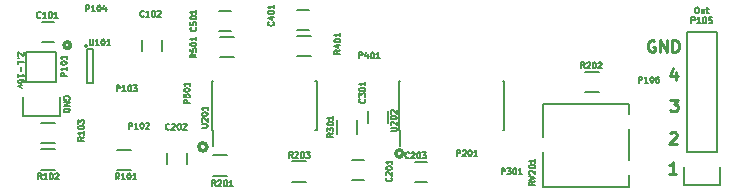
<source format=gto>
G04 #@! TF.FileFunction,Legend,Top*
%FSLAX46Y46*%
G04 Gerber Fmt 4.6, Leading zero omitted, Abs format (unit mm)*
G04 Created by KiCad (PCBNEW (2015-01-29 BZR 5396)-product) date 5/25/2015 5:42:28 PM*
%MOMM*%
G01*
G04 APERTURE LIST*
%ADD10C,0.100000*%
%ADD11C,0.127000*%
%ADD12C,0.250000*%
%ADD13C,0.300000*%
%ADD14C,0.150000*%
%ADD15R,1.500000X1.250000*%
%ADD16R,1.250000X1.500000*%
%ADD17R,2.032000X2.032000*%
%ADD18O,2.032000X2.032000*%
%ADD19R,2.032000X1.727200*%
%ADD20O,2.032000X1.727200*%
%ADD21R,1.500000X1.300000*%
%ADD22R,1.300000X1.500000*%
%ADD23R,1.060000X0.650000*%
%ADD24R,0.600000X1.500000*%
%ADD25R,3.550000X1.310000*%
%ADD26C,1.397000*%
G04 APERTURE END LIST*
D10*
D11*
X90669810Y-88330190D02*
X90694000Y-88354380D01*
X90718190Y-88402761D01*
X90718190Y-88523714D01*
X90694000Y-88572095D01*
X90669810Y-88596285D01*
X90621429Y-88620476D01*
X90573048Y-88620476D01*
X90500476Y-88596285D01*
X90210190Y-88305999D01*
X90210190Y-88620476D01*
X90258571Y-88838190D02*
X90234381Y-88862381D01*
X90210190Y-88838190D01*
X90234381Y-88814000D01*
X90258571Y-88838190D01*
X90210190Y-88838190D01*
X90210190Y-89346191D02*
X90210190Y-89055905D01*
X90210190Y-89201048D02*
X90718190Y-89201048D01*
X90645619Y-89152667D01*
X90597238Y-89104286D01*
X90573048Y-89055905D01*
X90403714Y-89563905D02*
X90403714Y-89950953D01*
X90210190Y-90458953D02*
X90210190Y-90168667D01*
X90210190Y-90313810D02*
X90718190Y-90313810D01*
X90645619Y-90265429D01*
X90597238Y-90217048D01*
X90573048Y-90168667D01*
X90718190Y-90894382D02*
X90718190Y-90797620D01*
X90694000Y-90749239D01*
X90669810Y-90725048D01*
X90597238Y-90676667D01*
X90500476Y-90652477D01*
X90306952Y-90652477D01*
X90258571Y-90676667D01*
X90234381Y-90700858D01*
X90210190Y-90749239D01*
X90210190Y-90846001D01*
X90234381Y-90894382D01*
X90258571Y-90918572D01*
X90306952Y-90942763D01*
X90427905Y-90942763D01*
X90476286Y-90918572D01*
X90500476Y-90894382D01*
X90524667Y-90846001D01*
X90524667Y-90749239D01*
X90500476Y-90700858D01*
X90476286Y-90676667D01*
X90427905Y-90652477D01*
X90548857Y-91112096D02*
X90210190Y-91233049D01*
X90548857Y-91354001D01*
X147636667Y-84531810D02*
X147733429Y-84531810D01*
X147781810Y-84556000D01*
X147830191Y-84604381D01*
X147854382Y-84701143D01*
X147854382Y-84870476D01*
X147830191Y-84967238D01*
X147781810Y-85015619D01*
X147733429Y-85039810D01*
X147636667Y-85039810D01*
X147588286Y-85015619D01*
X147539905Y-84967238D01*
X147515715Y-84870476D01*
X147515715Y-84701143D01*
X147539905Y-84604381D01*
X147588286Y-84556000D01*
X147636667Y-84531810D01*
X148289810Y-84701143D02*
X148289810Y-85039810D01*
X148072095Y-84701143D02*
X148072095Y-84967238D01*
X148096286Y-85015619D01*
X148144667Y-85039810D01*
X148217238Y-85039810D01*
X148265619Y-85015619D01*
X148289810Y-84991429D01*
X148459143Y-84701143D02*
X148652667Y-84701143D01*
X148531714Y-84531810D02*
X148531714Y-84967238D01*
X148555905Y-85015619D01*
X148604286Y-85039810D01*
X148652667Y-85039810D01*
D12*
X145895715Y-98622381D02*
X145324286Y-98622381D01*
X145610000Y-98622381D02*
X145610000Y-97622381D01*
X145514762Y-97765238D01*
X145419524Y-97860476D01*
X145324286Y-97908095D01*
X145384286Y-95217619D02*
X145431905Y-95170000D01*
X145527143Y-95122381D01*
X145765239Y-95122381D01*
X145860477Y-95170000D01*
X145908096Y-95217619D01*
X145955715Y-95312857D01*
X145955715Y-95408095D01*
X145908096Y-95550952D01*
X145336667Y-96122381D01*
X145955715Y-96122381D01*
X145406667Y-92342381D02*
X146025715Y-92342381D01*
X145692381Y-92723333D01*
X145835239Y-92723333D01*
X145930477Y-92770952D01*
X145978096Y-92818571D01*
X146025715Y-92913810D01*
X146025715Y-93151905D01*
X145978096Y-93247143D01*
X145930477Y-93294762D01*
X145835239Y-93342381D01*
X145549524Y-93342381D01*
X145454286Y-93294762D01*
X145406667Y-93247143D01*
X145880477Y-90045714D02*
X145880477Y-90712381D01*
X145642381Y-89664762D02*
X145404286Y-90379048D01*
X146023334Y-90379048D01*
X144058096Y-87360000D02*
X143962858Y-87312381D01*
X143820001Y-87312381D01*
X143677143Y-87360000D01*
X143581905Y-87455238D01*
X143534286Y-87550476D01*
X143486667Y-87740952D01*
X143486667Y-87883810D01*
X143534286Y-88074286D01*
X143581905Y-88169524D01*
X143677143Y-88264762D01*
X143820001Y-88312381D01*
X143915239Y-88312381D01*
X144058096Y-88264762D01*
X144105715Y-88217143D01*
X144105715Y-87883810D01*
X143915239Y-87883810D01*
X144534286Y-88312381D02*
X144534286Y-87312381D01*
X145105715Y-88312381D01*
X145105715Y-87312381D01*
X145581905Y-88312381D02*
X145581905Y-87312381D01*
X145820000Y-87312381D01*
X145962858Y-87360000D01*
X146058096Y-87455238D01*
X146105715Y-87550476D01*
X146153334Y-87740952D01*
X146153334Y-87883810D01*
X146105715Y-88074286D01*
X146058096Y-88169524D01*
X145962858Y-88264762D01*
X145820000Y-88312381D01*
X145581905Y-88312381D01*
D11*
X94524000Y-92342953D02*
X94548190Y-92294572D01*
X94548190Y-92222000D01*
X94524000Y-92149429D01*
X94475619Y-92101048D01*
X94427238Y-92076857D01*
X94330476Y-92052667D01*
X94257905Y-92052667D01*
X94161143Y-92076857D01*
X94112762Y-92101048D01*
X94064381Y-92149429D01*
X94040190Y-92222000D01*
X94040190Y-92270381D01*
X94064381Y-92342953D01*
X94088571Y-92367143D01*
X94257905Y-92367143D01*
X94257905Y-92270381D01*
X94040190Y-92584857D02*
X94548190Y-92584857D01*
X94040190Y-92875143D01*
X94548190Y-92875143D01*
X94040190Y-93117047D02*
X94548190Y-93117047D01*
X94548190Y-93238000D01*
X94524000Y-93310571D01*
X94475619Y-93358952D01*
X94427238Y-93383143D01*
X94330476Y-93407333D01*
X94257905Y-93407333D01*
X94161143Y-93383143D01*
X94112762Y-93358952D01*
X94064381Y-93310571D01*
X94040190Y-93238000D01*
X94040190Y-93117047D01*
D13*
X94626586Y-87740000D02*
G75*
G03X94626586Y-87740000I-276586J0D01*
G01*
X106165261Y-96360000D02*
G75*
G03X106165261Y-96360000I-335261J0D01*
G01*
X122765466Y-96900000D02*
G75*
G03X122765466Y-96900000I-295466J0D01*
G01*
D14*
X93200000Y-85750000D02*
X92200000Y-85750000D01*
X92200000Y-87450000D02*
X93200000Y-87450000D01*
X100660000Y-87270000D02*
X100660000Y-88270000D01*
X102360000Y-88270000D02*
X102360000Y-87270000D01*
X118450000Y-99190000D02*
X119450000Y-99190000D01*
X119450000Y-97490000D02*
X118450000Y-97490000D01*
X104510000Y-97840000D02*
X104510000Y-96840000D01*
X102810000Y-96840000D02*
X102810000Y-97840000D01*
X124780000Y-97610000D02*
X123780000Y-97610000D01*
X123780000Y-99310000D02*
X124780000Y-99310000D01*
X119810000Y-93340000D02*
X119810000Y-94340000D01*
X121510000Y-94340000D02*
X121510000Y-93340000D01*
X113800000Y-86480000D02*
X114800000Y-86480000D01*
X114800000Y-84780000D02*
X113800000Y-84780000D01*
X108240000Y-84860000D02*
X107240000Y-84860000D01*
X107240000Y-86560000D02*
X108240000Y-86560000D01*
X90890000Y-90890000D02*
X90890000Y-88350000D01*
X90610000Y-93710000D02*
X90610000Y-92160000D01*
X90890000Y-90890000D02*
X93430000Y-90890000D01*
X93710000Y-92160000D02*
X93710000Y-93710000D01*
X93710000Y-93710000D02*
X90610000Y-93710000D01*
X93430000Y-90890000D02*
X93430000Y-88350000D01*
X93430000Y-88350000D02*
X90890000Y-88350000D01*
X149640000Y-98030000D02*
X149640000Y-99580000D01*
X149640000Y-99580000D02*
X146540000Y-99580000D01*
X146540000Y-99580000D02*
X146540000Y-98030000D01*
X146820000Y-96760000D02*
X146820000Y-86600000D01*
X146820000Y-86600000D02*
X149360000Y-86600000D01*
X149360000Y-86600000D02*
X149360000Y-96760000D01*
X146820000Y-96760000D02*
X149360000Y-96760000D01*
X98540000Y-96585000D02*
X99740000Y-96585000D01*
X99740000Y-98335000D02*
X98540000Y-98335000D01*
X92140000Y-96545000D02*
X93340000Y-96545000D01*
X93340000Y-98295000D02*
X92140000Y-98295000D01*
X92140000Y-94295000D02*
X93340000Y-94295000D01*
X93340000Y-96045000D02*
X92140000Y-96045000D01*
X107890000Y-98795000D02*
X106690000Y-98795000D01*
X106690000Y-97045000D02*
X107890000Y-97045000D01*
X139370000Y-91735000D02*
X138170000Y-91735000D01*
X138170000Y-89985000D02*
X139370000Y-89985000D01*
X114540000Y-99335000D02*
X113340000Y-99335000D01*
X113340000Y-97585000D02*
X114540000Y-97585000D01*
X118915000Y-94090000D02*
X118915000Y-95290000D01*
X117165000Y-95290000D02*
X117165000Y-94090000D01*
X113810000Y-86945000D02*
X115010000Y-86945000D01*
X115010000Y-88695000D02*
X113810000Y-88695000D01*
X108460000Y-88775000D02*
X107260000Y-88775000D01*
X107260000Y-87025000D02*
X108460000Y-87025000D01*
X96040000Y-87800000D02*
G75*
G03X96040000Y-87800000I-100000J0D01*
G01*
X96490000Y-88050000D02*
X95990000Y-88050000D01*
X96490000Y-90950000D02*
X96490000Y-88050000D01*
X95990000Y-90950000D02*
X96490000Y-90950000D01*
X95990000Y-88050000D02*
X95990000Y-90950000D01*
X106580000Y-94895000D02*
X106695000Y-94895000D01*
X106580000Y-90745000D02*
X106695000Y-90745000D01*
X115480000Y-90745000D02*
X115365000Y-90745000D01*
X115480000Y-94895000D02*
X115365000Y-94895000D01*
X106580000Y-94895000D02*
X106580000Y-90745000D01*
X115480000Y-94895000D02*
X115480000Y-90745000D01*
X106695000Y-94895000D02*
X106695000Y-96270000D01*
X122420000Y-94915000D02*
X122535000Y-94915000D01*
X122420000Y-90765000D02*
X122535000Y-90765000D01*
X131320000Y-90765000D02*
X131205000Y-90765000D01*
X131320000Y-94915000D02*
X131205000Y-94915000D01*
X122420000Y-94915000D02*
X122420000Y-90765000D01*
X131320000Y-94915000D02*
X131320000Y-90765000D01*
X122535000Y-94915000D02*
X122535000Y-96290000D01*
X134605000Y-99710000D02*
X134605000Y-92750000D01*
X134605000Y-92750000D02*
X141895000Y-92750000D01*
X141895000Y-92750000D02*
X141895000Y-99710000D01*
X141895000Y-99710000D02*
X134605000Y-99710000D01*
D11*
X92091523Y-85381429D02*
X92067333Y-85405619D01*
X91994761Y-85429810D01*
X91946380Y-85429810D01*
X91873809Y-85405619D01*
X91825428Y-85357238D01*
X91801237Y-85308857D01*
X91777047Y-85212095D01*
X91777047Y-85139524D01*
X91801237Y-85042762D01*
X91825428Y-84994381D01*
X91873809Y-84946000D01*
X91946380Y-84921810D01*
X91994761Y-84921810D01*
X92067333Y-84946000D01*
X92091523Y-84970190D01*
X92575333Y-85429810D02*
X92285047Y-85429810D01*
X92430190Y-85429810D02*
X92430190Y-84921810D01*
X92381809Y-84994381D01*
X92333428Y-85042762D01*
X92285047Y-85066952D01*
X92889809Y-84921810D02*
X92938190Y-84921810D01*
X92986571Y-84946000D01*
X93010762Y-84970190D01*
X93034952Y-85018571D01*
X93059143Y-85115333D01*
X93059143Y-85236286D01*
X93034952Y-85333048D01*
X93010762Y-85381429D01*
X92986571Y-85405619D01*
X92938190Y-85429810D01*
X92889809Y-85429810D01*
X92841428Y-85405619D01*
X92817238Y-85381429D01*
X92793047Y-85333048D01*
X92768857Y-85236286D01*
X92768857Y-85115333D01*
X92793047Y-85018571D01*
X92817238Y-84970190D01*
X92841428Y-84946000D01*
X92889809Y-84921810D01*
X93542953Y-85429810D02*
X93252667Y-85429810D01*
X93397810Y-85429810D02*
X93397810Y-84921810D01*
X93349429Y-84994381D01*
X93301048Y-85042762D01*
X93252667Y-85066952D01*
X100821523Y-85281429D02*
X100797333Y-85305619D01*
X100724761Y-85329810D01*
X100676380Y-85329810D01*
X100603809Y-85305619D01*
X100555428Y-85257238D01*
X100531237Y-85208857D01*
X100507047Y-85112095D01*
X100507047Y-85039524D01*
X100531237Y-84942762D01*
X100555428Y-84894381D01*
X100603809Y-84846000D01*
X100676380Y-84821810D01*
X100724761Y-84821810D01*
X100797333Y-84846000D01*
X100821523Y-84870190D01*
X101305333Y-85329810D02*
X101015047Y-85329810D01*
X101160190Y-85329810D02*
X101160190Y-84821810D01*
X101111809Y-84894381D01*
X101063428Y-84942762D01*
X101015047Y-84966952D01*
X101619809Y-84821810D02*
X101668190Y-84821810D01*
X101716571Y-84846000D01*
X101740762Y-84870190D01*
X101764952Y-84918571D01*
X101789143Y-85015333D01*
X101789143Y-85136286D01*
X101764952Y-85233048D01*
X101740762Y-85281429D01*
X101716571Y-85305619D01*
X101668190Y-85329810D01*
X101619809Y-85329810D01*
X101571428Y-85305619D01*
X101547238Y-85281429D01*
X101523047Y-85233048D01*
X101498857Y-85136286D01*
X101498857Y-85015333D01*
X101523047Y-84918571D01*
X101547238Y-84870190D01*
X101571428Y-84846000D01*
X101619809Y-84821810D01*
X101982667Y-84870190D02*
X102006857Y-84846000D01*
X102055238Y-84821810D01*
X102176191Y-84821810D01*
X102224572Y-84846000D01*
X102248762Y-84870190D01*
X102272953Y-84918571D01*
X102272953Y-84966952D01*
X102248762Y-85039524D01*
X101958476Y-85329810D01*
X102272953Y-85329810D01*
X121781429Y-98968477D02*
X121805619Y-98992667D01*
X121829810Y-99065239D01*
X121829810Y-99113620D01*
X121805619Y-99186191D01*
X121757238Y-99234572D01*
X121708857Y-99258763D01*
X121612095Y-99282953D01*
X121539524Y-99282953D01*
X121442762Y-99258763D01*
X121394381Y-99234572D01*
X121346000Y-99186191D01*
X121321810Y-99113620D01*
X121321810Y-99065239D01*
X121346000Y-98992667D01*
X121370190Y-98968477D01*
X121370190Y-98774953D02*
X121346000Y-98750763D01*
X121321810Y-98702382D01*
X121321810Y-98581429D01*
X121346000Y-98533048D01*
X121370190Y-98508858D01*
X121418571Y-98484667D01*
X121466952Y-98484667D01*
X121539524Y-98508858D01*
X121829810Y-98799144D01*
X121829810Y-98484667D01*
X121321810Y-98170191D02*
X121321810Y-98121810D01*
X121346000Y-98073429D01*
X121370190Y-98049238D01*
X121418571Y-98025048D01*
X121515333Y-98000857D01*
X121636286Y-98000857D01*
X121733048Y-98025048D01*
X121781429Y-98049238D01*
X121805619Y-98073429D01*
X121829810Y-98121810D01*
X121829810Y-98170191D01*
X121805619Y-98218572D01*
X121781429Y-98242762D01*
X121733048Y-98266953D01*
X121636286Y-98291143D01*
X121515333Y-98291143D01*
X121418571Y-98266953D01*
X121370190Y-98242762D01*
X121346000Y-98218572D01*
X121321810Y-98170191D01*
X121829810Y-97517047D02*
X121829810Y-97807333D01*
X121829810Y-97662190D02*
X121321810Y-97662190D01*
X121394381Y-97710571D01*
X121442762Y-97758952D01*
X121466952Y-97807333D01*
X103001523Y-94851429D02*
X102977333Y-94875619D01*
X102904761Y-94899810D01*
X102856380Y-94899810D01*
X102783809Y-94875619D01*
X102735428Y-94827238D01*
X102711237Y-94778857D01*
X102687047Y-94682095D01*
X102687047Y-94609524D01*
X102711237Y-94512762D01*
X102735428Y-94464381D01*
X102783809Y-94416000D01*
X102856380Y-94391810D01*
X102904761Y-94391810D01*
X102977333Y-94416000D01*
X103001523Y-94440190D01*
X103195047Y-94440190D02*
X103219237Y-94416000D01*
X103267618Y-94391810D01*
X103388571Y-94391810D01*
X103436952Y-94416000D01*
X103461142Y-94440190D01*
X103485333Y-94488571D01*
X103485333Y-94536952D01*
X103461142Y-94609524D01*
X103170856Y-94899810D01*
X103485333Y-94899810D01*
X103799809Y-94391810D02*
X103848190Y-94391810D01*
X103896571Y-94416000D01*
X103920762Y-94440190D01*
X103944952Y-94488571D01*
X103969143Y-94585333D01*
X103969143Y-94706286D01*
X103944952Y-94803048D01*
X103920762Y-94851429D01*
X103896571Y-94875619D01*
X103848190Y-94899810D01*
X103799809Y-94899810D01*
X103751428Y-94875619D01*
X103727238Y-94851429D01*
X103703047Y-94803048D01*
X103678857Y-94706286D01*
X103678857Y-94585333D01*
X103703047Y-94488571D01*
X103727238Y-94440190D01*
X103751428Y-94416000D01*
X103799809Y-94391810D01*
X104162667Y-94440190D02*
X104186857Y-94416000D01*
X104235238Y-94391810D01*
X104356191Y-94391810D01*
X104404572Y-94416000D01*
X104428762Y-94440190D01*
X104452953Y-94488571D01*
X104452953Y-94536952D01*
X104428762Y-94609524D01*
X104138476Y-94899810D01*
X104452953Y-94899810D01*
X123291523Y-97271429D02*
X123267333Y-97295619D01*
X123194761Y-97319810D01*
X123146380Y-97319810D01*
X123073809Y-97295619D01*
X123025428Y-97247238D01*
X123001237Y-97198857D01*
X122977047Y-97102095D01*
X122977047Y-97029524D01*
X123001237Y-96932762D01*
X123025428Y-96884381D01*
X123073809Y-96836000D01*
X123146380Y-96811810D01*
X123194761Y-96811810D01*
X123267333Y-96836000D01*
X123291523Y-96860190D01*
X123485047Y-96860190D02*
X123509237Y-96836000D01*
X123557618Y-96811810D01*
X123678571Y-96811810D01*
X123726952Y-96836000D01*
X123751142Y-96860190D01*
X123775333Y-96908571D01*
X123775333Y-96956952D01*
X123751142Y-97029524D01*
X123460856Y-97319810D01*
X123775333Y-97319810D01*
X124089809Y-96811810D02*
X124138190Y-96811810D01*
X124186571Y-96836000D01*
X124210762Y-96860190D01*
X124234952Y-96908571D01*
X124259143Y-97005333D01*
X124259143Y-97126286D01*
X124234952Y-97223048D01*
X124210762Y-97271429D01*
X124186571Y-97295619D01*
X124138190Y-97319810D01*
X124089809Y-97319810D01*
X124041428Y-97295619D01*
X124017238Y-97271429D01*
X123993047Y-97223048D01*
X123968857Y-97126286D01*
X123968857Y-97005333D01*
X123993047Y-96908571D01*
X124017238Y-96860190D01*
X124041428Y-96836000D01*
X124089809Y-96811810D01*
X124428476Y-96811810D02*
X124742953Y-96811810D01*
X124573619Y-97005333D01*
X124646191Y-97005333D01*
X124694572Y-97029524D01*
X124718762Y-97053714D01*
X124742953Y-97102095D01*
X124742953Y-97223048D01*
X124718762Y-97271429D01*
X124694572Y-97295619D01*
X124646191Y-97319810D01*
X124501048Y-97319810D01*
X124452667Y-97295619D01*
X124428476Y-97271429D01*
X119521429Y-92308477D02*
X119545619Y-92332667D01*
X119569810Y-92405239D01*
X119569810Y-92453620D01*
X119545619Y-92526191D01*
X119497238Y-92574572D01*
X119448857Y-92598763D01*
X119352095Y-92622953D01*
X119279524Y-92622953D01*
X119182762Y-92598763D01*
X119134381Y-92574572D01*
X119086000Y-92526191D01*
X119061810Y-92453620D01*
X119061810Y-92405239D01*
X119086000Y-92332667D01*
X119110190Y-92308477D01*
X119061810Y-92139144D02*
X119061810Y-91824667D01*
X119255333Y-91994001D01*
X119255333Y-91921429D01*
X119279524Y-91873048D01*
X119303714Y-91848858D01*
X119352095Y-91824667D01*
X119473048Y-91824667D01*
X119521429Y-91848858D01*
X119545619Y-91873048D01*
X119569810Y-91921429D01*
X119569810Y-92066572D01*
X119545619Y-92114953D01*
X119521429Y-92139144D01*
X119061810Y-91510191D02*
X119061810Y-91461810D01*
X119086000Y-91413429D01*
X119110190Y-91389238D01*
X119158571Y-91365048D01*
X119255333Y-91340857D01*
X119376286Y-91340857D01*
X119473048Y-91365048D01*
X119521429Y-91389238D01*
X119545619Y-91413429D01*
X119569810Y-91461810D01*
X119569810Y-91510191D01*
X119545619Y-91558572D01*
X119521429Y-91582762D01*
X119473048Y-91606953D01*
X119376286Y-91631143D01*
X119255333Y-91631143D01*
X119158571Y-91606953D01*
X119110190Y-91582762D01*
X119086000Y-91558572D01*
X119061810Y-91510191D01*
X119569810Y-90857047D02*
X119569810Y-91147333D01*
X119569810Y-91002190D02*
X119061810Y-91002190D01*
X119134381Y-91050571D01*
X119182762Y-91098952D01*
X119206952Y-91147333D01*
X111811429Y-85778477D02*
X111835619Y-85802667D01*
X111859810Y-85875239D01*
X111859810Y-85923620D01*
X111835619Y-85996191D01*
X111787238Y-86044572D01*
X111738857Y-86068763D01*
X111642095Y-86092953D01*
X111569524Y-86092953D01*
X111472762Y-86068763D01*
X111424381Y-86044572D01*
X111376000Y-85996191D01*
X111351810Y-85923620D01*
X111351810Y-85875239D01*
X111376000Y-85802667D01*
X111400190Y-85778477D01*
X111521143Y-85343048D02*
X111859810Y-85343048D01*
X111327619Y-85464001D02*
X111690476Y-85584953D01*
X111690476Y-85270477D01*
X111351810Y-84980191D02*
X111351810Y-84931810D01*
X111376000Y-84883429D01*
X111400190Y-84859238D01*
X111448571Y-84835048D01*
X111545333Y-84810857D01*
X111666286Y-84810857D01*
X111763048Y-84835048D01*
X111811429Y-84859238D01*
X111835619Y-84883429D01*
X111859810Y-84931810D01*
X111859810Y-84980191D01*
X111835619Y-85028572D01*
X111811429Y-85052762D01*
X111763048Y-85076953D01*
X111666286Y-85101143D01*
X111545333Y-85101143D01*
X111448571Y-85076953D01*
X111400190Y-85052762D01*
X111376000Y-85028572D01*
X111351810Y-84980191D01*
X111859810Y-84327047D02*
X111859810Y-84617333D01*
X111859810Y-84472190D02*
X111351810Y-84472190D01*
X111424381Y-84520571D01*
X111472762Y-84568952D01*
X111496952Y-84617333D01*
X105231429Y-86238477D02*
X105255619Y-86262667D01*
X105279810Y-86335239D01*
X105279810Y-86383620D01*
X105255619Y-86456191D01*
X105207238Y-86504572D01*
X105158857Y-86528763D01*
X105062095Y-86552953D01*
X104989524Y-86552953D01*
X104892762Y-86528763D01*
X104844381Y-86504572D01*
X104796000Y-86456191D01*
X104771810Y-86383620D01*
X104771810Y-86335239D01*
X104796000Y-86262667D01*
X104820190Y-86238477D01*
X104771810Y-85778858D02*
X104771810Y-86020763D01*
X105013714Y-86044953D01*
X104989524Y-86020763D01*
X104965333Y-85972382D01*
X104965333Y-85851429D01*
X104989524Y-85803048D01*
X105013714Y-85778858D01*
X105062095Y-85754667D01*
X105183048Y-85754667D01*
X105231429Y-85778858D01*
X105255619Y-85803048D01*
X105279810Y-85851429D01*
X105279810Y-85972382D01*
X105255619Y-86020763D01*
X105231429Y-86044953D01*
X104771810Y-85440191D02*
X104771810Y-85391810D01*
X104796000Y-85343429D01*
X104820190Y-85319238D01*
X104868571Y-85295048D01*
X104965333Y-85270857D01*
X105086286Y-85270857D01*
X105183048Y-85295048D01*
X105231429Y-85319238D01*
X105255619Y-85343429D01*
X105279810Y-85391810D01*
X105279810Y-85440191D01*
X105255619Y-85488572D01*
X105231429Y-85512762D01*
X105183048Y-85536953D01*
X105086286Y-85561143D01*
X104965333Y-85561143D01*
X104868571Y-85536953D01*
X104820190Y-85512762D01*
X104796000Y-85488572D01*
X104771810Y-85440191D01*
X105279810Y-84787047D02*
X105279810Y-85077333D01*
X105279810Y-84932190D02*
X104771810Y-84932190D01*
X104844381Y-84980571D01*
X104892762Y-85028952D01*
X104916952Y-85077333D01*
X94289810Y-90368763D02*
X93781810Y-90368763D01*
X93781810Y-90175239D01*
X93806000Y-90126858D01*
X93830190Y-90102667D01*
X93878571Y-90078477D01*
X93951143Y-90078477D01*
X93999524Y-90102667D01*
X94023714Y-90126858D01*
X94047905Y-90175239D01*
X94047905Y-90368763D01*
X94289810Y-89594667D02*
X94289810Y-89884953D01*
X94289810Y-89739810D02*
X93781810Y-89739810D01*
X93854381Y-89788191D01*
X93902762Y-89836572D01*
X93926952Y-89884953D01*
X93781810Y-89280191D02*
X93781810Y-89231810D01*
X93806000Y-89183429D01*
X93830190Y-89159238D01*
X93878571Y-89135048D01*
X93975333Y-89110857D01*
X94096286Y-89110857D01*
X94193048Y-89135048D01*
X94241429Y-89159238D01*
X94265619Y-89183429D01*
X94289810Y-89231810D01*
X94289810Y-89280191D01*
X94265619Y-89328572D01*
X94241429Y-89352762D01*
X94193048Y-89376953D01*
X94096286Y-89401143D01*
X93975333Y-89401143D01*
X93878571Y-89376953D01*
X93830190Y-89352762D01*
X93806000Y-89328572D01*
X93781810Y-89280191D01*
X94289810Y-88627047D02*
X94289810Y-88917333D01*
X94289810Y-88772190D02*
X93781810Y-88772190D01*
X93854381Y-88820571D01*
X93902762Y-88868952D01*
X93926952Y-88917333D01*
X147201237Y-85879810D02*
X147201237Y-85371810D01*
X147394761Y-85371810D01*
X147443142Y-85396000D01*
X147467333Y-85420190D01*
X147491523Y-85468571D01*
X147491523Y-85541143D01*
X147467333Y-85589524D01*
X147443142Y-85613714D01*
X147394761Y-85637905D01*
X147201237Y-85637905D01*
X147975333Y-85879810D02*
X147685047Y-85879810D01*
X147830190Y-85879810D02*
X147830190Y-85371810D01*
X147781809Y-85444381D01*
X147733428Y-85492762D01*
X147685047Y-85516952D01*
X148289809Y-85371810D02*
X148338190Y-85371810D01*
X148386571Y-85396000D01*
X148410762Y-85420190D01*
X148434952Y-85468571D01*
X148459143Y-85565333D01*
X148459143Y-85686286D01*
X148434952Y-85783048D01*
X148410762Y-85831429D01*
X148386571Y-85855619D01*
X148338190Y-85879810D01*
X148289809Y-85879810D01*
X148241428Y-85855619D01*
X148217238Y-85831429D01*
X148193047Y-85783048D01*
X148168857Y-85686286D01*
X148168857Y-85565333D01*
X148193047Y-85468571D01*
X148217238Y-85420190D01*
X148241428Y-85396000D01*
X148289809Y-85371810D01*
X148918762Y-85371810D02*
X148676857Y-85371810D01*
X148652667Y-85613714D01*
X148676857Y-85589524D01*
X148725238Y-85565333D01*
X148846191Y-85565333D01*
X148894572Y-85589524D01*
X148918762Y-85613714D01*
X148942953Y-85662095D01*
X148942953Y-85783048D01*
X148918762Y-85831429D01*
X148894572Y-85855619D01*
X148846191Y-85879810D01*
X148725238Y-85879810D01*
X148676857Y-85855619D01*
X148652667Y-85831429D01*
X98751523Y-99109810D02*
X98582190Y-98867905D01*
X98461237Y-99109810D02*
X98461237Y-98601810D01*
X98654761Y-98601810D01*
X98703142Y-98626000D01*
X98727333Y-98650190D01*
X98751523Y-98698571D01*
X98751523Y-98771143D01*
X98727333Y-98819524D01*
X98703142Y-98843714D01*
X98654761Y-98867905D01*
X98461237Y-98867905D01*
X99235333Y-99109810D02*
X98945047Y-99109810D01*
X99090190Y-99109810D02*
X99090190Y-98601810D01*
X99041809Y-98674381D01*
X98993428Y-98722762D01*
X98945047Y-98746952D01*
X99549809Y-98601810D02*
X99598190Y-98601810D01*
X99646571Y-98626000D01*
X99670762Y-98650190D01*
X99694952Y-98698571D01*
X99719143Y-98795333D01*
X99719143Y-98916286D01*
X99694952Y-99013048D01*
X99670762Y-99061429D01*
X99646571Y-99085619D01*
X99598190Y-99109810D01*
X99549809Y-99109810D01*
X99501428Y-99085619D01*
X99477238Y-99061429D01*
X99453047Y-99013048D01*
X99428857Y-98916286D01*
X99428857Y-98795333D01*
X99453047Y-98698571D01*
X99477238Y-98650190D01*
X99501428Y-98626000D01*
X99549809Y-98601810D01*
X100202953Y-99109810D02*
X99912667Y-99109810D01*
X100057810Y-99109810D02*
X100057810Y-98601810D01*
X100009429Y-98674381D01*
X99961048Y-98722762D01*
X99912667Y-98746952D01*
X92171523Y-99079810D02*
X92002190Y-98837905D01*
X91881237Y-99079810D02*
X91881237Y-98571810D01*
X92074761Y-98571810D01*
X92123142Y-98596000D01*
X92147333Y-98620190D01*
X92171523Y-98668571D01*
X92171523Y-98741143D01*
X92147333Y-98789524D01*
X92123142Y-98813714D01*
X92074761Y-98837905D01*
X91881237Y-98837905D01*
X92655333Y-99079810D02*
X92365047Y-99079810D01*
X92510190Y-99079810D02*
X92510190Y-98571810D01*
X92461809Y-98644381D01*
X92413428Y-98692762D01*
X92365047Y-98716952D01*
X92969809Y-98571810D02*
X93018190Y-98571810D01*
X93066571Y-98596000D01*
X93090762Y-98620190D01*
X93114952Y-98668571D01*
X93139143Y-98765333D01*
X93139143Y-98886286D01*
X93114952Y-98983048D01*
X93090762Y-99031429D01*
X93066571Y-99055619D01*
X93018190Y-99079810D01*
X92969809Y-99079810D01*
X92921428Y-99055619D01*
X92897238Y-99031429D01*
X92873047Y-98983048D01*
X92848857Y-98886286D01*
X92848857Y-98765333D01*
X92873047Y-98668571D01*
X92897238Y-98620190D01*
X92921428Y-98596000D01*
X92969809Y-98571810D01*
X93332667Y-98620190D02*
X93356857Y-98596000D01*
X93405238Y-98571810D01*
X93526191Y-98571810D01*
X93574572Y-98596000D01*
X93598762Y-98620190D01*
X93622953Y-98668571D01*
X93622953Y-98716952D01*
X93598762Y-98789524D01*
X93308476Y-99079810D01*
X93622953Y-99079810D01*
X95769810Y-95528477D02*
X95527905Y-95697810D01*
X95769810Y-95818763D02*
X95261810Y-95818763D01*
X95261810Y-95625239D01*
X95286000Y-95576858D01*
X95310190Y-95552667D01*
X95358571Y-95528477D01*
X95431143Y-95528477D01*
X95479524Y-95552667D01*
X95503714Y-95576858D01*
X95527905Y-95625239D01*
X95527905Y-95818763D01*
X95769810Y-95044667D02*
X95769810Y-95334953D01*
X95769810Y-95189810D02*
X95261810Y-95189810D01*
X95334381Y-95238191D01*
X95382762Y-95286572D01*
X95406952Y-95334953D01*
X95261810Y-94730191D02*
X95261810Y-94681810D01*
X95286000Y-94633429D01*
X95310190Y-94609238D01*
X95358571Y-94585048D01*
X95455333Y-94560857D01*
X95576286Y-94560857D01*
X95673048Y-94585048D01*
X95721429Y-94609238D01*
X95745619Y-94633429D01*
X95769810Y-94681810D01*
X95769810Y-94730191D01*
X95745619Y-94778572D01*
X95721429Y-94802762D01*
X95673048Y-94826953D01*
X95576286Y-94851143D01*
X95455333Y-94851143D01*
X95358571Y-94826953D01*
X95310190Y-94802762D01*
X95286000Y-94778572D01*
X95261810Y-94730191D01*
X95261810Y-94391524D02*
X95261810Y-94077047D01*
X95455333Y-94246381D01*
X95455333Y-94173809D01*
X95479524Y-94125428D01*
X95503714Y-94101238D01*
X95552095Y-94077047D01*
X95673048Y-94077047D01*
X95721429Y-94101238D01*
X95745619Y-94125428D01*
X95769810Y-94173809D01*
X95769810Y-94318952D01*
X95745619Y-94367333D01*
X95721429Y-94391524D01*
X106921523Y-99679810D02*
X106752190Y-99437905D01*
X106631237Y-99679810D02*
X106631237Y-99171810D01*
X106824761Y-99171810D01*
X106873142Y-99196000D01*
X106897333Y-99220190D01*
X106921523Y-99268571D01*
X106921523Y-99341143D01*
X106897333Y-99389524D01*
X106873142Y-99413714D01*
X106824761Y-99437905D01*
X106631237Y-99437905D01*
X107115047Y-99220190D02*
X107139237Y-99196000D01*
X107187618Y-99171810D01*
X107308571Y-99171810D01*
X107356952Y-99196000D01*
X107381142Y-99220190D01*
X107405333Y-99268571D01*
X107405333Y-99316952D01*
X107381142Y-99389524D01*
X107090856Y-99679810D01*
X107405333Y-99679810D01*
X107719809Y-99171810D02*
X107768190Y-99171810D01*
X107816571Y-99196000D01*
X107840762Y-99220190D01*
X107864952Y-99268571D01*
X107889143Y-99365333D01*
X107889143Y-99486286D01*
X107864952Y-99583048D01*
X107840762Y-99631429D01*
X107816571Y-99655619D01*
X107768190Y-99679810D01*
X107719809Y-99679810D01*
X107671428Y-99655619D01*
X107647238Y-99631429D01*
X107623047Y-99583048D01*
X107598857Y-99486286D01*
X107598857Y-99365333D01*
X107623047Y-99268571D01*
X107647238Y-99220190D01*
X107671428Y-99196000D01*
X107719809Y-99171810D01*
X108372953Y-99679810D02*
X108082667Y-99679810D01*
X108227810Y-99679810D02*
X108227810Y-99171810D01*
X108179429Y-99244381D01*
X108131048Y-99292762D01*
X108082667Y-99316952D01*
X138151523Y-89699810D02*
X137982190Y-89457905D01*
X137861237Y-89699810D02*
X137861237Y-89191810D01*
X138054761Y-89191810D01*
X138103142Y-89216000D01*
X138127333Y-89240190D01*
X138151523Y-89288571D01*
X138151523Y-89361143D01*
X138127333Y-89409524D01*
X138103142Y-89433714D01*
X138054761Y-89457905D01*
X137861237Y-89457905D01*
X138345047Y-89240190D02*
X138369237Y-89216000D01*
X138417618Y-89191810D01*
X138538571Y-89191810D01*
X138586952Y-89216000D01*
X138611142Y-89240190D01*
X138635333Y-89288571D01*
X138635333Y-89336952D01*
X138611142Y-89409524D01*
X138320856Y-89699810D01*
X138635333Y-89699810D01*
X138949809Y-89191810D02*
X138998190Y-89191810D01*
X139046571Y-89216000D01*
X139070762Y-89240190D01*
X139094952Y-89288571D01*
X139119143Y-89385333D01*
X139119143Y-89506286D01*
X139094952Y-89603048D01*
X139070762Y-89651429D01*
X139046571Y-89675619D01*
X138998190Y-89699810D01*
X138949809Y-89699810D01*
X138901428Y-89675619D01*
X138877238Y-89651429D01*
X138853047Y-89603048D01*
X138828857Y-89506286D01*
X138828857Y-89385333D01*
X138853047Y-89288571D01*
X138877238Y-89240190D01*
X138901428Y-89216000D01*
X138949809Y-89191810D01*
X139312667Y-89240190D02*
X139336857Y-89216000D01*
X139385238Y-89191810D01*
X139506191Y-89191810D01*
X139554572Y-89216000D01*
X139578762Y-89240190D01*
X139602953Y-89288571D01*
X139602953Y-89336952D01*
X139578762Y-89409524D01*
X139288476Y-89699810D01*
X139602953Y-89699810D01*
X113431523Y-97279810D02*
X113262190Y-97037905D01*
X113141237Y-97279810D02*
X113141237Y-96771810D01*
X113334761Y-96771810D01*
X113383142Y-96796000D01*
X113407333Y-96820190D01*
X113431523Y-96868571D01*
X113431523Y-96941143D01*
X113407333Y-96989524D01*
X113383142Y-97013714D01*
X113334761Y-97037905D01*
X113141237Y-97037905D01*
X113625047Y-96820190D02*
X113649237Y-96796000D01*
X113697618Y-96771810D01*
X113818571Y-96771810D01*
X113866952Y-96796000D01*
X113891142Y-96820190D01*
X113915333Y-96868571D01*
X113915333Y-96916952D01*
X113891142Y-96989524D01*
X113600856Y-97279810D01*
X113915333Y-97279810D01*
X114229809Y-96771810D02*
X114278190Y-96771810D01*
X114326571Y-96796000D01*
X114350762Y-96820190D01*
X114374952Y-96868571D01*
X114399143Y-96965333D01*
X114399143Y-97086286D01*
X114374952Y-97183048D01*
X114350762Y-97231429D01*
X114326571Y-97255619D01*
X114278190Y-97279810D01*
X114229809Y-97279810D01*
X114181428Y-97255619D01*
X114157238Y-97231429D01*
X114133047Y-97183048D01*
X114108857Y-97086286D01*
X114108857Y-96965333D01*
X114133047Y-96868571D01*
X114157238Y-96820190D01*
X114181428Y-96796000D01*
X114229809Y-96771810D01*
X114568476Y-96771810D02*
X114882953Y-96771810D01*
X114713619Y-96965333D01*
X114786191Y-96965333D01*
X114834572Y-96989524D01*
X114858762Y-97013714D01*
X114882953Y-97062095D01*
X114882953Y-97183048D01*
X114858762Y-97231429D01*
X114834572Y-97255619D01*
X114786191Y-97279810D01*
X114641048Y-97279810D01*
X114592667Y-97255619D01*
X114568476Y-97231429D01*
X116879810Y-95208477D02*
X116637905Y-95377810D01*
X116879810Y-95498763D02*
X116371810Y-95498763D01*
X116371810Y-95305239D01*
X116396000Y-95256858D01*
X116420190Y-95232667D01*
X116468571Y-95208477D01*
X116541143Y-95208477D01*
X116589524Y-95232667D01*
X116613714Y-95256858D01*
X116637905Y-95305239D01*
X116637905Y-95498763D01*
X116371810Y-95039144D02*
X116371810Y-94724667D01*
X116565333Y-94894001D01*
X116565333Y-94821429D01*
X116589524Y-94773048D01*
X116613714Y-94748858D01*
X116662095Y-94724667D01*
X116783048Y-94724667D01*
X116831429Y-94748858D01*
X116855619Y-94773048D01*
X116879810Y-94821429D01*
X116879810Y-94966572D01*
X116855619Y-95014953D01*
X116831429Y-95039144D01*
X116371810Y-94410191D02*
X116371810Y-94361810D01*
X116396000Y-94313429D01*
X116420190Y-94289238D01*
X116468571Y-94265048D01*
X116565333Y-94240857D01*
X116686286Y-94240857D01*
X116783048Y-94265048D01*
X116831429Y-94289238D01*
X116855619Y-94313429D01*
X116879810Y-94361810D01*
X116879810Y-94410191D01*
X116855619Y-94458572D01*
X116831429Y-94482762D01*
X116783048Y-94506953D01*
X116686286Y-94531143D01*
X116565333Y-94531143D01*
X116468571Y-94506953D01*
X116420190Y-94482762D01*
X116396000Y-94458572D01*
X116371810Y-94410191D01*
X116879810Y-93757047D02*
X116879810Y-94047333D01*
X116879810Y-93902190D02*
X116371810Y-93902190D01*
X116444381Y-93950571D01*
X116492762Y-93998952D01*
X116516952Y-94047333D01*
X117469810Y-88168477D02*
X117227905Y-88337810D01*
X117469810Y-88458763D02*
X116961810Y-88458763D01*
X116961810Y-88265239D01*
X116986000Y-88216858D01*
X117010190Y-88192667D01*
X117058571Y-88168477D01*
X117131143Y-88168477D01*
X117179524Y-88192667D01*
X117203714Y-88216858D01*
X117227905Y-88265239D01*
X117227905Y-88458763D01*
X117131143Y-87733048D02*
X117469810Y-87733048D01*
X116937619Y-87854001D02*
X117300476Y-87974953D01*
X117300476Y-87660477D01*
X116961810Y-87370191D02*
X116961810Y-87321810D01*
X116986000Y-87273429D01*
X117010190Y-87249238D01*
X117058571Y-87225048D01*
X117155333Y-87200857D01*
X117276286Y-87200857D01*
X117373048Y-87225048D01*
X117421429Y-87249238D01*
X117445619Y-87273429D01*
X117469810Y-87321810D01*
X117469810Y-87370191D01*
X117445619Y-87418572D01*
X117421429Y-87442762D01*
X117373048Y-87466953D01*
X117276286Y-87491143D01*
X117155333Y-87491143D01*
X117058571Y-87466953D01*
X117010190Y-87442762D01*
X116986000Y-87418572D01*
X116961810Y-87370191D01*
X117469810Y-86717047D02*
X117469810Y-87007333D01*
X117469810Y-86862190D02*
X116961810Y-86862190D01*
X117034381Y-86910571D01*
X117082762Y-86958952D01*
X117106952Y-87007333D01*
X105289810Y-88488477D02*
X105047905Y-88657810D01*
X105289810Y-88778763D02*
X104781810Y-88778763D01*
X104781810Y-88585239D01*
X104806000Y-88536858D01*
X104830190Y-88512667D01*
X104878571Y-88488477D01*
X104951143Y-88488477D01*
X104999524Y-88512667D01*
X105023714Y-88536858D01*
X105047905Y-88585239D01*
X105047905Y-88778763D01*
X104781810Y-88028858D02*
X104781810Y-88270763D01*
X105023714Y-88294953D01*
X104999524Y-88270763D01*
X104975333Y-88222382D01*
X104975333Y-88101429D01*
X104999524Y-88053048D01*
X105023714Y-88028858D01*
X105072095Y-88004667D01*
X105193048Y-88004667D01*
X105241429Y-88028858D01*
X105265619Y-88053048D01*
X105289810Y-88101429D01*
X105289810Y-88222382D01*
X105265619Y-88270763D01*
X105241429Y-88294953D01*
X104781810Y-87690191D02*
X104781810Y-87641810D01*
X104806000Y-87593429D01*
X104830190Y-87569238D01*
X104878571Y-87545048D01*
X104975333Y-87520857D01*
X105096286Y-87520857D01*
X105193048Y-87545048D01*
X105241429Y-87569238D01*
X105265619Y-87593429D01*
X105289810Y-87641810D01*
X105289810Y-87690191D01*
X105265619Y-87738572D01*
X105241429Y-87762762D01*
X105193048Y-87786953D01*
X105096286Y-87811143D01*
X104975333Y-87811143D01*
X104878571Y-87786953D01*
X104830190Y-87762762D01*
X104806000Y-87738572D01*
X104781810Y-87690191D01*
X105289810Y-87037047D02*
X105289810Y-87327333D01*
X105289810Y-87182190D02*
X104781810Y-87182190D01*
X104854381Y-87230571D01*
X104902762Y-87278952D01*
X104926952Y-87327333D01*
X96239142Y-87251810D02*
X96239142Y-87663048D01*
X96263333Y-87711429D01*
X96287523Y-87735619D01*
X96335904Y-87759810D01*
X96432666Y-87759810D01*
X96481047Y-87735619D01*
X96505238Y-87711429D01*
X96529428Y-87663048D01*
X96529428Y-87251810D01*
X97037428Y-87759810D02*
X96747142Y-87759810D01*
X96892285Y-87759810D02*
X96892285Y-87251810D01*
X96843904Y-87324381D01*
X96795523Y-87372762D01*
X96747142Y-87396952D01*
X97351904Y-87251810D02*
X97400285Y-87251810D01*
X97448666Y-87276000D01*
X97472857Y-87300190D01*
X97497047Y-87348571D01*
X97521238Y-87445333D01*
X97521238Y-87566286D01*
X97497047Y-87663048D01*
X97472857Y-87711429D01*
X97448666Y-87735619D01*
X97400285Y-87759810D01*
X97351904Y-87759810D01*
X97303523Y-87735619D01*
X97279333Y-87711429D01*
X97255142Y-87663048D01*
X97230952Y-87566286D01*
X97230952Y-87445333D01*
X97255142Y-87348571D01*
X97279333Y-87300190D01*
X97303523Y-87276000D01*
X97351904Y-87251810D01*
X98005048Y-87759810D02*
X97714762Y-87759810D01*
X97859905Y-87759810D02*
X97859905Y-87251810D01*
X97811524Y-87324381D01*
X97763143Y-87372762D01*
X97714762Y-87396952D01*
X105721810Y-94720858D02*
X106133048Y-94720858D01*
X106181429Y-94696667D01*
X106205619Y-94672477D01*
X106229810Y-94624096D01*
X106229810Y-94527334D01*
X106205619Y-94478953D01*
X106181429Y-94454762D01*
X106133048Y-94430572D01*
X105721810Y-94430572D01*
X105770190Y-94212858D02*
X105746000Y-94188668D01*
X105721810Y-94140287D01*
X105721810Y-94019334D01*
X105746000Y-93970953D01*
X105770190Y-93946763D01*
X105818571Y-93922572D01*
X105866952Y-93922572D01*
X105939524Y-93946763D01*
X106229810Y-94237049D01*
X106229810Y-93922572D01*
X105721810Y-93608096D02*
X105721810Y-93559715D01*
X105746000Y-93511334D01*
X105770190Y-93487143D01*
X105818571Y-93462953D01*
X105915333Y-93438762D01*
X106036286Y-93438762D01*
X106133048Y-93462953D01*
X106181429Y-93487143D01*
X106205619Y-93511334D01*
X106229810Y-93559715D01*
X106229810Y-93608096D01*
X106205619Y-93656477D01*
X106181429Y-93680667D01*
X106133048Y-93704858D01*
X106036286Y-93729048D01*
X105915333Y-93729048D01*
X105818571Y-93704858D01*
X105770190Y-93680667D01*
X105746000Y-93656477D01*
X105721810Y-93608096D01*
X106229810Y-92954952D02*
X106229810Y-93245238D01*
X106229810Y-93100095D02*
X105721810Y-93100095D01*
X105794381Y-93148476D01*
X105842762Y-93196857D01*
X105866952Y-93245238D01*
X121741810Y-95010858D02*
X122153048Y-95010858D01*
X122201429Y-94986667D01*
X122225619Y-94962477D01*
X122249810Y-94914096D01*
X122249810Y-94817334D01*
X122225619Y-94768953D01*
X122201429Y-94744762D01*
X122153048Y-94720572D01*
X121741810Y-94720572D01*
X121790190Y-94502858D02*
X121766000Y-94478668D01*
X121741810Y-94430287D01*
X121741810Y-94309334D01*
X121766000Y-94260953D01*
X121790190Y-94236763D01*
X121838571Y-94212572D01*
X121886952Y-94212572D01*
X121959524Y-94236763D01*
X122249810Y-94527049D01*
X122249810Y-94212572D01*
X121741810Y-93898096D02*
X121741810Y-93849715D01*
X121766000Y-93801334D01*
X121790190Y-93777143D01*
X121838571Y-93752953D01*
X121935333Y-93728762D01*
X122056286Y-93728762D01*
X122153048Y-93752953D01*
X122201429Y-93777143D01*
X122225619Y-93801334D01*
X122249810Y-93849715D01*
X122249810Y-93898096D01*
X122225619Y-93946477D01*
X122201429Y-93970667D01*
X122153048Y-93994858D01*
X122056286Y-94019048D01*
X121935333Y-94019048D01*
X121838571Y-93994858D01*
X121790190Y-93970667D01*
X121766000Y-93946477D01*
X121741810Y-93898096D01*
X121790190Y-93535238D02*
X121766000Y-93511048D01*
X121741810Y-93462667D01*
X121741810Y-93341714D01*
X121766000Y-93293333D01*
X121790190Y-93269143D01*
X121838571Y-93244952D01*
X121886952Y-93244952D01*
X121959524Y-93269143D01*
X122249810Y-93559429D01*
X122249810Y-93244952D01*
X133959810Y-99276191D02*
X133717905Y-99445524D01*
X133959810Y-99566477D02*
X133451810Y-99566477D01*
X133451810Y-99372953D01*
X133476000Y-99324572D01*
X133500190Y-99300381D01*
X133548571Y-99276191D01*
X133621143Y-99276191D01*
X133669524Y-99300381D01*
X133693714Y-99324572D01*
X133717905Y-99372953D01*
X133717905Y-99566477D01*
X133451810Y-99131048D02*
X133959810Y-98961715D01*
X133451810Y-98792381D01*
X133500190Y-98647238D02*
X133476000Y-98623048D01*
X133451810Y-98574667D01*
X133451810Y-98453714D01*
X133476000Y-98405333D01*
X133500190Y-98381143D01*
X133548571Y-98356952D01*
X133596952Y-98356952D01*
X133669524Y-98381143D01*
X133959810Y-98671429D01*
X133959810Y-98356952D01*
X133451810Y-98042476D02*
X133451810Y-97994095D01*
X133476000Y-97945714D01*
X133500190Y-97921523D01*
X133548571Y-97897333D01*
X133645333Y-97873142D01*
X133766286Y-97873142D01*
X133863048Y-97897333D01*
X133911429Y-97921523D01*
X133935619Y-97945714D01*
X133959810Y-97994095D01*
X133959810Y-98042476D01*
X133935619Y-98090857D01*
X133911429Y-98115047D01*
X133863048Y-98139238D01*
X133766286Y-98163428D01*
X133645333Y-98163428D01*
X133548571Y-98139238D01*
X133500190Y-98115047D01*
X133476000Y-98090857D01*
X133451810Y-98042476D01*
X133959810Y-97389332D02*
X133959810Y-97679618D01*
X133959810Y-97534475D02*
X133451810Y-97534475D01*
X133524381Y-97582856D01*
X133572762Y-97631237D01*
X133596952Y-97679618D01*
X99571237Y-94809810D02*
X99571237Y-94301810D01*
X99764761Y-94301810D01*
X99813142Y-94326000D01*
X99837333Y-94350190D01*
X99861523Y-94398571D01*
X99861523Y-94471143D01*
X99837333Y-94519524D01*
X99813142Y-94543714D01*
X99764761Y-94567905D01*
X99571237Y-94567905D01*
X100345333Y-94809810D02*
X100055047Y-94809810D01*
X100200190Y-94809810D02*
X100200190Y-94301810D01*
X100151809Y-94374381D01*
X100103428Y-94422762D01*
X100055047Y-94446952D01*
X100659809Y-94301810D02*
X100708190Y-94301810D01*
X100756571Y-94326000D01*
X100780762Y-94350190D01*
X100804952Y-94398571D01*
X100829143Y-94495333D01*
X100829143Y-94616286D01*
X100804952Y-94713048D01*
X100780762Y-94761429D01*
X100756571Y-94785619D01*
X100708190Y-94809810D01*
X100659809Y-94809810D01*
X100611428Y-94785619D01*
X100587238Y-94761429D01*
X100563047Y-94713048D01*
X100538857Y-94616286D01*
X100538857Y-94495333D01*
X100563047Y-94398571D01*
X100587238Y-94350190D01*
X100611428Y-94326000D01*
X100659809Y-94301810D01*
X101022667Y-94350190D02*
X101046857Y-94326000D01*
X101095238Y-94301810D01*
X101216191Y-94301810D01*
X101264572Y-94326000D01*
X101288762Y-94350190D01*
X101312953Y-94398571D01*
X101312953Y-94446952D01*
X101288762Y-94519524D01*
X100998476Y-94809810D01*
X101312953Y-94809810D01*
X98531237Y-91649810D02*
X98531237Y-91141810D01*
X98724761Y-91141810D01*
X98773142Y-91166000D01*
X98797333Y-91190190D01*
X98821523Y-91238571D01*
X98821523Y-91311143D01*
X98797333Y-91359524D01*
X98773142Y-91383714D01*
X98724761Y-91407905D01*
X98531237Y-91407905D01*
X99305333Y-91649810D02*
X99015047Y-91649810D01*
X99160190Y-91649810D02*
X99160190Y-91141810D01*
X99111809Y-91214381D01*
X99063428Y-91262762D01*
X99015047Y-91286952D01*
X99619809Y-91141810D02*
X99668190Y-91141810D01*
X99716571Y-91166000D01*
X99740762Y-91190190D01*
X99764952Y-91238571D01*
X99789143Y-91335333D01*
X99789143Y-91456286D01*
X99764952Y-91553048D01*
X99740762Y-91601429D01*
X99716571Y-91625619D01*
X99668190Y-91649810D01*
X99619809Y-91649810D01*
X99571428Y-91625619D01*
X99547238Y-91601429D01*
X99523047Y-91553048D01*
X99498857Y-91456286D01*
X99498857Y-91335333D01*
X99523047Y-91238571D01*
X99547238Y-91190190D01*
X99571428Y-91166000D01*
X99619809Y-91141810D01*
X99958476Y-91141810D02*
X100272953Y-91141810D01*
X100103619Y-91335333D01*
X100176191Y-91335333D01*
X100224572Y-91359524D01*
X100248762Y-91383714D01*
X100272953Y-91432095D01*
X100272953Y-91553048D01*
X100248762Y-91601429D01*
X100224572Y-91625619D01*
X100176191Y-91649810D01*
X100031048Y-91649810D01*
X99982667Y-91625619D01*
X99958476Y-91601429D01*
X95921237Y-84879810D02*
X95921237Y-84371810D01*
X96114761Y-84371810D01*
X96163142Y-84396000D01*
X96187333Y-84420190D01*
X96211523Y-84468571D01*
X96211523Y-84541143D01*
X96187333Y-84589524D01*
X96163142Y-84613714D01*
X96114761Y-84637905D01*
X95921237Y-84637905D01*
X96695333Y-84879810D02*
X96405047Y-84879810D01*
X96550190Y-84879810D02*
X96550190Y-84371810D01*
X96501809Y-84444381D01*
X96453428Y-84492762D01*
X96405047Y-84516952D01*
X97009809Y-84371810D02*
X97058190Y-84371810D01*
X97106571Y-84396000D01*
X97130762Y-84420190D01*
X97154952Y-84468571D01*
X97179143Y-84565333D01*
X97179143Y-84686286D01*
X97154952Y-84783048D01*
X97130762Y-84831429D01*
X97106571Y-84855619D01*
X97058190Y-84879810D01*
X97009809Y-84879810D01*
X96961428Y-84855619D01*
X96937238Y-84831429D01*
X96913047Y-84783048D01*
X96888857Y-84686286D01*
X96888857Y-84565333D01*
X96913047Y-84468571D01*
X96937238Y-84420190D01*
X96961428Y-84396000D01*
X97009809Y-84371810D01*
X97614572Y-84541143D02*
X97614572Y-84879810D01*
X97493619Y-84347619D02*
X97372667Y-84710476D01*
X97687143Y-84710476D01*
X127341237Y-97139810D02*
X127341237Y-96631810D01*
X127534761Y-96631810D01*
X127583142Y-96656000D01*
X127607333Y-96680190D01*
X127631523Y-96728571D01*
X127631523Y-96801143D01*
X127607333Y-96849524D01*
X127583142Y-96873714D01*
X127534761Y-96897905D01*
X127341237Y-96897905D01*
X127825047Y-96680190D02*
X127849237Y-96656000D01*
X127897618Y-96631810D01*
X128018571Y-96631810D01*
X128066952Y-96656000D01*
X128091142Y-96680190D01*
X128115333Y-96728571D01*
X128115333Y-96776952D01*
X128091142Y-96849524D01*
X127800856Y-97139810D01*
X128115333Y-97139810D01*
X128429809Y-96631810D02*
X128478190Y-96631810D01*
X128526571Y-96656000D01*
X128550762Y-96680190D01*
X128574952Y-96728571D01*
X128599143Y-96825333D01*
X128599143Y-96946286D01*
X128574952Y-97043048D01*
X128550762Y-97091429D01*
X128526571Y-97115619D01*
X128478190Y-97139810D01*
X128429809Y-97139810D01*
X128381428Y-97115619D01*
X128357238Y-97091429D01*
X128333047Y-97043048D01*
X128308857Y-96946286D01*
X128308857Y-96825333D01*
X128333047Y-96728571D01*
X128357238Y-96680190D01*
X128381428Y-96656000D01*
X128429809Y-96631810D01*
X129082953Y-97139810D02*
X128792667Y-97139810D01*
X128937810Y-97139810D02*
X128937810Y-96631810D01*
X128889429Y-96704381D01*
X128841048Y-96752762D01*
X128792667Y-96776952D01*
X131121237Y-98679810D02*
X131121237Y-98171810D01*
X131314761Y-98171810D01*
X131363142Y-98196000D01*
X131387333Y-98220190D01*
X131411523Y-98268571D01*
X131411523Y-98341143D01*
X131387333Y-98389524D01*
X131363142Y-98413714D01*
X131314761Y-98437905D01*
X131121237Y-98437905D01*
X131580856Y-98171810D02*
X131895333Y-98171810D01*
X131725999Y-98365333D01*
X131798571Y-98365333D01*
X131846952Y-98389524D01*
X131871142Y-98413714D01*
X131895333Y-98462095D01*
X131895333Y-98583048D01*
X131871142Y-98631429D01*
X131846952Y-98655619D01*
X131798571Y-98679810D01*
X131653428Y-98679810D01*
X131605047Y-98655619D01*
X131580856Y-98631429D01*
X132209809Y-98171810D02*
X132258190Y-98171810D01*
X132306571Y-98196000D01*
X132330762Y-98220190D01*
X132354952Y-98268571D01*
X132379143Y-98365333D01*
X132379143Y-98486286D01*
X132354952Y-98583048D01*
X132330762Y-98631429D01*
X132306571Y-98655619D01*
X132258190Y-98679810D01*
X132209809Y-98679810D01*
X132161428Y-98655619D01*
X132137238Y-98631429D01*
X132113047Y-98583048D01*
X132088857Y-98486286D01*
X132088857Y-98365333D01*
X132113047Y-98268571D01*
X132137238Y-98220190D01*
X132161428Y-98196000D01*
X132209809Y-98171810D01*
X132862953Y-98679810D02*
X132572667Y-98679810D01*
X132717810Y-98679810D02*
X132717810Y-98171810D01*
X132669429Y-98244381D01*
X132621048Y-98292762D01*
X132572667Y-98316952D01*
X119071237Y-88849810D02*
X119071237Y-88341810D01*
X119264761Y-88341810D01*
X119313142Y-88366000D01*
X119337333Y-88390190D01*
X119361523Y-88438571D01*
X119361523Y-88511143D01*
X119337333Y-88559524D01*
X119313142Y-88583714D01*
X119264761Y-88607905D01*
X119071237Y-88607905D01*
X119796952Y-88511143D02*
X119796952Y-88849810D01*
X119675999Y-88317619D02*
X119555047Y-88680476D01*
X119869523Y-88680476D01*
X120159809Y-88341810D02*
X120208190Y-88341810D01*
X120256571Y-88366000D01*
X120280762Y-88390190D01*
X120304952Y-88438571D01*
X120329143Y-88535333D01*
X120329143Y-88656286D01*
X120304952Y-88753048D01*
X120280762Y-88801429D01*
X120256571Y-88825619D01*
X120208190Y-88849810D01*
X120159809Y-88849810D01*
X120111428Y-88825619D01*
X120087238Y-88801429D01*
X120063047Y-88753048D01*
X120038857Y-88656286D01*
X120038857Y-88535333D01*
X120063047Y-88438571D01*
X120087238Y-88390190D01*
X120111428Y-88366000D01*
X120159809Y-88341810D01*
X120812953Y-88849810D02*
X120522667Y-88849810D01*
X120667810Y-88849810D02*
X120667810Y-88341810D01*
X120619429Y-88414381D01*
X120571048Y-88462762D01*
X120522667Y-88486952D01*
X104719810Y-92648763D02*
X104211810Y-92648763D01*
X104211810Y-92455239D01*
X104236000Y-92406858D01*
X104260190Y-92382667D01*
X104308571Y-92358477D01*
X104381143Y-92358477D01*
X104429524Y-92382667D01*
X104453714Y-92406858D01*
X104477905Y-92455239D01*
X104477905Y-92648763D01*
X104211810Y-91898858D02*
X104211810Y-92140763D01*
X104453714Y-92164953D01*
X104429524Y-92140763D01*
X104405333Y-92092382D01*
X104405333Y-91971429D01*
X104429524Y-91923048D01*
X104453714Y-91898858D01*
X104502095Y-91874667D01*
X104623048Y-91874667D01*
X104671429Y-91898858D01*
X104695619Y-91923048D01*
X104719810Y-91971429D01*
X104719810Y-92092382D01*
X104695619Y-92140763D01*
X104671429Y-92164953D01*
X104211810Y-91560191D02*
X104211810Y-91511810D01*
X104236000Y-91463429D01*
X104260190Y-91439238D01*
X104308571Y-91415048D01*
X104405333Y-91390857D01*
X104526286Y-91390857D01*
X104623048Y-91415048D01*
X104671429Y-91439238D01*
X104695619Y-91463429D01*
X104719810Y-91511810D01*
X104719810Y-91560191D01*
X104695619Y-91608572D01*
X104671429Y-91632762D01*
X104623048Y-91656953D01*
X104526286Y-91681143D01*
X104405333Y-91681143D01*
X104308571Y-91656953D01*
X104260190Y-91632762D01*
X104236000Y-91608572D01*
X104211810Y-91560191D01*
X104719810Y-90907047D02*
X104719810Y-91197333D01*
X104719810Y-91052190D02*
X104211810Y-91052190D01*
X104284381Y-91100571D01*
X104332762Y-91148952D01*
X104356952Y-91197333D01*
X142751237Y-90909810D02*
X142751237Y-90401810D01*
X142944761Y-90401810D01*
X142993142Y-90426000D01*
X143017333Y-90450190D01*
X143041523Y-90498571D01*
X143041523Y-90571143D01*
X143017333Y-90619524D01*
X142993142Y-90643714D01*
X142944761Y-90667905D01*
X142751237Y-90667905D01*
X143525333Y-90909810D02*
X143235047Y-90909810D01*
X143380190Y-90909810D02*
X143380190Y-90401810D01*
X143331809Y-90474381D01*
X143283428Y-90522762D01*
X143235047Y-90546952D01*
X143839809Y-90401810D02*
X143888190Y-90401810D01*
X143936571Y-90426000D01*
X143960762Y-90450190D01*
X143984952Y-90498571D01*
X144009143Y-90595333D01*
X144009143Y-90716286D01*
X143984952Y-90813048D01*
X143960762Y-90861429D01*
X143936571Y-90885619D01*
X143888190Y-90909810D01*
X143839809Y-90909810D01*
X143791428Y-90885619D01*
X143767238Y-90861429D01*
X143743047Y-90813048D01*
X143718857Y-90716286D01*
X143718857Y-90595333D01*
X143743047Y-90498571D01*
X143767238Y-90450190D01*
X143791428Y-90426000D01*
X143839809Y-90401810D01*
X144444572Y-90401810D02*
X144347810Y-90401810D01*
X144299429Y-90426000D01*
X144275238Y-90450190D01*
X144226857Y-90522762D01*
X144202667Y-90619524D01*
X144202667Y-90813048D01*
X144226857Y-90861429D01*
X144251048Y-90885619D01*
X144299429Y-90909810D01*
X144396191Y-90909810D01*
X144444572Y-90885619D01*
X144468762Y-90861429D01*
X144492953Y-90813048D01*
X144492953Y-90692095D01*
X144468762Y-90643714D01*
X144444572Y-90619524D01*
X144396191Y-90595333D01*
X144299429Y-90595333D01*
X144251048Y-90619524D01*
X144226857Y-90643714D01*
X144202667Y-90692095D01*
%LPC*%
D15*
X91450000Y-86600000D03*
X93950000Y-86600000D03*
D16*
X101510000Y-89020000D03*
X101510000Y-86520000D03*
D15*
X120200000Y-98340000D03*
X117700000Y-98340000D03*
D16*
X103660000Y-96090000D03*
X103660000Y-98590000D03*
D15*
X123030000Y-98460000D03*
X125530000Y-98460000D03*
D16*
X120660000Y-95090000D03*
X120660000Y-92590000D03*
D15*
X115550000Y-85630000D03*
X113050000Y-85630000D03*
X106490000Y-85710000D03*
X108990000Y-85710000D03*
D17*
X92160000Y-92160000D03*
D18*
X92160000Y-89620000D03*
D19*
X148090000Y-98030000D03*
D20*
X148090000Y-95490000D03*
X148090000Y-92950000D03*
X148090000Y-90410000D03*
X148090000Y-87870000D03*
D21*
X100490000Y-97460000D03*
X97790000Y-97460000D03*
X94090000Y-97420000D03*
X91390000Y-97420000D03*
X94090000Y-95170000D03*
X91390000Y-95170000D03*
X105940000Y-97920000D03*
X108640000Y-97920000D03*
X137420000Y-90860000D03*
X140120000Y-90860000D03*
X112590000Y-98460000D03*
X115290000Y-98460000D03*
D22*
X118040000Y-96040000D03*
X118040000Y-93340000D03*
D21*
X115760000Y-87820000D03*
X113060000Y-87820000D03*
X106510000Y-87900000D03*
X109210000Y-87900000D03*
D23*
X95140000Y-88550000D03*
X95140000Y-89500000D03*
X95140000Y-90450000D03*
X97340000Y-90450000D03*
X97340000Y-88550000D03*
D24*
X107220000Y-95520000D03*
X108490000Y-95520000D03*
X109760000Y-95520000D03*
X111030000Y-95520000D03*
X112300000Y-95520000D03*
X113570000Y-95520000D03*
X114840000Y-95520000D03*
X114840000Y-90120000D03*
X113570000Y-90120000D03*
X112300000Y-90120000D03*
X111030000Y-90120000D03*
X109760000Y-90120000D03*
X108490000Y-90120000D03*
X107220000Y-90120000D03*
X123060000Y-95540000D03*
X124330000Y-95540000D03*
X125600000Y-95540000D03*
X126870000Y-95540000D03*
X128140000Y-95540000D03*
X129410000Y-95540000D03*
X130680000Y-95540000D03*
X130680000Y-90140000D03*
X129410000Y-90140000D03*
X128140000Y-90140000D03*
X126870000Y-90140000D03*
X125600000Y-90140000D03*
X124330000Y-90140000D03*
X123060000Y-90140000D03*
D25*
X135115000Y-96230000D03*
X141385000Y-98175000D03*
X141385000Y-94285000D03*
D26*
X98430000Y-94590000D03*
X99280000Y-90080000D03*
X98260000Y-86330000D03*
X128180000Y-98080000D03*
X130340000Y-97590000D03*
X118190000Y-89170000D03*
X104950000Y-89960000D03*
X143480000Y-91900000D03*
M02*

</source>
